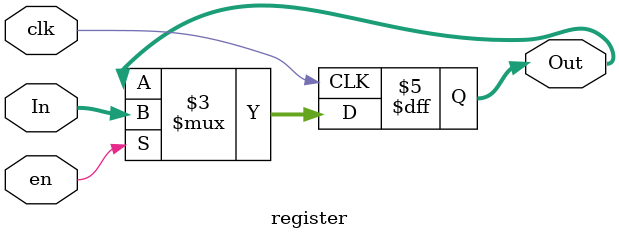
<source format=v>
module register (Out, In, clk, en);

input clk, en;
input [31:0] In;
output reg [31:0] Out;

always @(posedge clk) begin
	if (en)
		Out = In;
end
endmodule 
</source>
